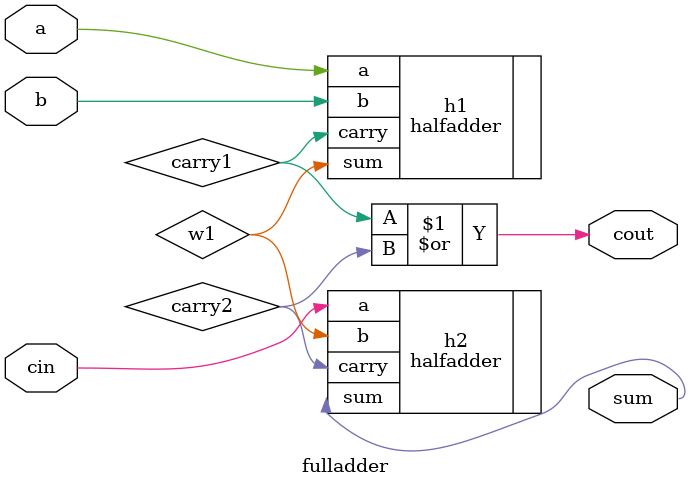
<source format=v>
module fulladder(a, b, cin, sum, cout); //structural code for fulladder using halfadders
    input a, b, cin;
    output sum, cout;
    wire w1, carry1, carry2; //w1-> sum of HA1; carry1, carry2-> carry of HA1 & HA2 respectively
    halfadder h1(.a(a), .b(b), .sum(w1), .carry(carry1));
    halfadder h2(.a(cin), .b(w1), .sum(sum), .carry(carry2));
    assign cout= carry1 | carry2; //final carry = carry1 OR carry2
endmodule
</source>
